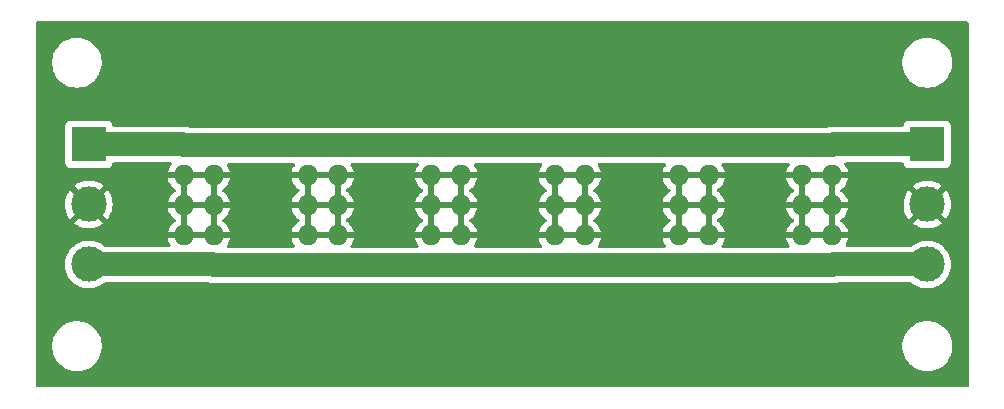
<source format=gbr>
%TF.GenerationSoftware,KiCad,Pcbnew,(6.0.0)*%
%TF.CreationDate,2022-01-31T19:36:33+00:00*%
%TF.ProjectId,BusyBusBoard,42757379-4275-4734-926f-6172642e6b69,rev?*%
%TF.SameCoordinates,Original*%
%TF.FileFunction,Copper,L1,Top*%
%TF.FilePolarity,Positive*%
%FSLAX46Y46*%
G04 Gerber Fmt 4.6, Leading zero omitted, Abs format (unit mm)*
G04 Created by KiCad (PCBNEW (6.0.0)) date 2022-01-31 19:36:33*
%MOMM*%
%LPD*%
G01*
G04 APERTURE LIST*
%TA.AperFunction,ComponentPad*%
%ADD10C,3.000000*%
%TD*%
%TA.AperFunction,ComponentPad*%
%ADD11R,3.000000X3.000000*%
%TD*%
%TA.AperFunction,ComponentPad*%
%ADD12O,1.727200X1.727200*%
%TD*%
%TA.AperFunction,ComponentPad*%
%ADD13R,1.727200X1.727200*%
%TD*%
%TA.AperFunction,Conductor*%
%ADD14C,2.000000*%
%TD*%
G04 APERTURE END LIST*
D10*
%TO.P,J1,3,Pin_3*%
%TO.N,+12V*%
X105000000Y-88080000D03*
%TO.P,J1,2,Pin_2*%
%TO.N,GND*%
X105000000Y-83000000D03*
D11*
%TO.P,J1,1,Pin_1*%
%TO.N,-12V*%
X105000000Y-77920000D03*
%TD*%
D12*
%TO.P,J4,10,Pin_10*%
%TO.N,+12V*%
X136540000Y-88160000D03*
%TO.P,J4,9,Pin_9*%
X134000000Y-88160000D03*
%TO.P,J4,8,Pin_8*%
%TO.N,GND*%
X136540000Y-85620000D03*
%TO.P,J4,7,Pin_7*%
X134000000Y-85620000D03*
%TO.P,J4,6,Pin_6*%
X136540000Y-83080000D03*
%TO.P,J4,5,Pin_5*%
X134000000Y-83080000D03*
%TO.P,J4,4,Pin_4*%
X136540000Y-80540000D03*
%TO.P,J4,3,Pin_3*%
X134000000Y-80540000D03*
%TO.P,J4,2,Pin_2*%
%TO.N,-12V*%
X136540000Y-78000000D03*
D13*
%TO.P,J4,1,Pin_1*%
X134000000Y-78000000D03*
%TD*%
D11*
%TO.P,J7,1,Pin_1*%
%TO.N,-12V*%
X176000000Y-77920000D03*
D10*
%TO.P,J7,2,Pin_2*%
%TO.N,GND*%
X176000000Y-83000000D03*
%TO.P,J7,3,Pin_3*%
%TO.N,+12V*%
X176000000Y-88080000D03*
%TD*%
D12*
%TO.P,J3,10,Pin_10*%
%TO.N,+12V*%
X126070000Y-88160000D03*
%TO.P,J3,9,Pin_9*%
X123530000Y-88160000D03*
%TO.P,J3,8,Pin_8*%
%TO.N,GND*%
X126070000Y-85620000D03*
%TO.P,J3,7,Pin_7*%
X123530000Y-85620000D03*
%TO.P,J3,6,Pin_6*%
X126070000Y-83080000D03*
%TO.P,J3,5,Pin_5*%
X123530000Y-83080000D03*
%TO.P,J3,4,Pin_4*%
X126070000Y-80540000D03*
%TO.P,J3,3,Pin_3*%
X123530000Y-80540000D03*
%TO.P,J3,2,Pin_2*%
%TO.N,-12V*%
X126070000Y-78000000D03*
D13*
%TO.P,J3,1,Pin_1*%
X123530000Y-78000000D03*
%TD*%
%TO.P,J5,1,Pin_1*%
%TO.N,-12V*%
X144470000Y-78000000D03*
D12*
%TO.P,J5,2,Pin_2*%
X147010000Y-78000000D03*
%TO.P,J5,3,Pin_3*%
%TO.N,GND*%
X144470000Y-80540000D03*
%TO.P,J5,4,Pin_4*%
X147010000Y-80540000D03*
%TO.P,J5,5,Pin_5*%
X144470000Y-83080000D03*
%TO.P,J5,6,Pin_6*%
X147010000Y-83080000D03*
%TO.P,J5,7,Pin_7*%
X144470000Y-85620000D03*
%TO.P,J5,8,Pin_8*%
X147010000Y-85620000D03*
%TO.P,J5,9,Pin_9*%
%TO.N,+12V*%
X144470000Y-88160000D03*
%TO.P,J5,10,Pin_10*%
X147010000Y-88160000D03*
%TD*%
%TO.P,J8,10,Pin_10*%
%TO.N,+12V*%
X167950000Y-88160000D03*
%TO.P,J8,9,Pin_9*%
X165410000Y-88160000D03*
%TO.P,J8,8,Pin_8*%
%TO.N,GND*%
X167950000Y-85620000D03*
%TO.P,J8,7,Pin_7*%
X165410000Y-85620000D03*
%TO.P,J8,6,Pin_6*%
X167950000Y-83080000D03*
%TO.P,J8,5,Pin_5*%
X165410000Y-83080000D03*
%TO.P,J8,4,Pin_4*%
X167950000Y-80540000D03*
%TO.P,J8,3,Pin_3*%
X165410000Y-80540000D03*
%TO.P,J8,2,Pin_2*%
%TO.N,-12V*%
X167950000Y-78000000D03*
D13*
%TO.P,J8,1,Pin_1*%
X165410000Y-78000000D03*
%TD*%
D12*
%TO.P,J6,10,Pin_10*%
%TO.N,+12V*%
X157480000Y-88160000D03*
%TO.P,J6,9,Pin_9*%
X154940000Y-88160000D03*
%TO.P,J6,8,Pin_8*%
%TO.N,GND*%
X157480000Y-85620000D03*
%TO.P,J6,7,Pin_7*%
X154940000Y-85620000D03*
%TO.P,J6,6,Pin_6*%
X157480000Y-83080000D03*
%TO.P,J6,5,Pin_5*%
X154940000Y-83080000D03*
%TO.P,J6,4,Pin_4*%
X157480000Y-80540000D03*
%TO.P,J6,3,Pin_3*%
X154940000Y-80540000D03*
%TO.P,J6,2,Pin_2*%
%TO.N,-12V*%
X157480000Y-78000000D03*
D13*
%TO.P,J6,1,Pin_1*%
X154940000Y-78000000D03*
%TD*%
%TO.P,J2,1,Pin_1*%
%TO.N,-12V*%
X113060000Y-78000000D03*
D12*
%TO.P,J2,2,Pin_2*%
X115600000Y-78000000D03*
%TO.P,J2,3,Pin_3*%
%TO.N,GND*%
X113060000Y-80540000D03*
%TO.P,J2,4,Pin_4*%
X115600000Y-80540000D03*
%TO.P,J2,5,Pin_5*%
X113060000Y-83080000D03*
%TO.P,J2,6,Pin_6*%
X115600000Y-83080000D03*
%TO.P,J2,7,Pin_7*%
X113060000Y-85620000D03*
%TO.P,J2,8,Pin_8*%
X115600000Y-85620000D03*
%TO.P,J2,9,Pin_9*%
%TO.N,+12V*%
X113060000Y-88160000D03*
%TO.P,J2,10,Pin_10*%
X115600000Y-88160000D03*
%TD*%
D14*
%TO.N,+12V*%
X115520000Y-88080000D02*
X115600000Y-88160000D01*
X105000000Y-88080000D02*
X115520000Y-88080000D01*
X115600000Y-88160000D02*
X123530000Y-88160000D01*
X123530000Y-88160000D02*
X126070000Y-88160000D01*
X134000000Y-88160000D02*
X126070000Y-88160000D01*
X134000000Y-88160000D02*
X136540000Y-88160000D01*
X144470000Y-88160000D02*
X136540000Y-88160000D01*
X144470000Y-88160000D02*
X147010000Y-88160000D01*
X154940000Y-88160000D02*
X157480000Y-88160000D01*
X154940000Y-88160000D02*
X147010000Y-88160000D01*
X165410000Y-88160000D02*
X157480000Y-88160000D01*
X165410000Y-88160000D02*
X167950000Y-88160000D01*
X168030000Y-88080000D02*
X167950000Y-88160000D01*
X176000000Y-88080000D02*
X168030000Y-88080000D01*
%TO.N,-12V*%
X168030000Y-77920000D02*
X167950000Y-78000000D01*
X176000000Y-77920000D02*
X168030000Y-77920000D01*
X167950000Y-78000000D02*
X165410000Y-78000000D01*
X157480000Y-78000000D02*
X165410000Y-78000000D01*
X157480000Y-78000000D02*
X154940000Y-78000000D01*
X147010000Y-78000000D02*
X154940000Y-78000000D01*
X144470000Y-78000000D02*
X147010000Y-78000000D01*
X136540000Y-78000000D02*
X144470000Y-78000000D01*
X134000000Y-78000000D02*
X136540000Y-78000000D01*
X126070000Y-78000000D02*
X134000000Y-78000000D01*
X123530000Y-78000000D02*
X126070000Y-78000000D01*
X115600000Y-78000000D02*
X123530000Y-78000000D01*
X113060000Y-78000000D02*
X115600000Y-78000000D01*
X112980000Y-77920000D02*
X113060000Y-78000000D01*
X105000000Y-77920000D02*
X112980000Y-77920000D01*
%TD*%
%TA.AperFunction,Conductor*%
%TO.N,GND*%
G36*
X179434121Y-67528002D02*
G01*
X179480614Y-67581658D01*
X179492000Y-67634000D01*
X179492000Y-98366000D01*
X179471998Y-98434121D01*
X179418342Y-98480614D01*
X179366000Y-98492000D01*
X100634000Y-98492000D01*
X100565879Y-98471998D01*
X100519386Y-98418342D01*
X100508000Y-98366000D01*
X100508000Y-95132703D01*
X101890743Y-95132703D01*
X101928268Y-95417734D01*
X102004129Y-95695036D01*
X102116923Y-95959476D01*
X102264561Y-96206161D01*
X102444313Y-96430528D01*
X102652851Y-96628423D01*
X102886317Y-96796186D01*
X102890112Y-96798195D01*
X102890113Y-96798196D01*
X102911869Y-96809715D01*
X103140392Y-96930712D01*
X103410373Y-97029511D01*
X103691264Y-97090755D01*
X103719841Y-97093004D01*
X103914282Y-97108307D01*
X103914291Y-97108307D01*
X103916739Y-97108500D01*
X104072271Y-97108500D01*
X104074407Y-97108354D01*
X104074418Y-97108354D01*
X104282548Y-97094165D01*
X104282554Y-97094164D01*
X104286825Y-97093873D01*
X104291020Y-97093004D01*
X104291022Y-97093004D01*
X104427583Y-97064724D01*
X104568342Y-97035574D01*
X104839343Y-96939607D01*
X105094812Y-96807750D01*
X105098313Y-96805289D01*
X105098317Y-96805287D01*
X105212418Y-96725095D01*
X105330023Y-96642441D01*
X105540622Y-96446740D01*
X105722713Y-96224268D01*
X105872927Y-95979142D01*
X105988483Y-95715898D01*
X106067244Y-95439406D01*
X106107751Y-95154784D01*
X106107845Y-95136951D01*
X106107867Y-95132703D01*
X173890743Y-95132703D01*
X173928268Y-95417734D01*
X174004129Y-95695036D01*
X174116923Y-95959476D01*
X174264561Y-96206161D01*
X174444313Y-96430528D01*
X174652851Y-96628423D01*
X174886317Y-96796186D01*
X174890112Y-96798195D01*
X174890113Y-96798196D01*
X174911869Y-96809715D01*
X175140392Y-96930712D01*
X175410373Y-97029511D01*
X175691264Y-97090755D01*
X175719841Y-97093004D01*
X175914282Y-97108307D01*
X175914291Y-97108307D01*
X175916739Y-97108500D01*
X176072271Y-97108500D01*
X176074407Y-97108354D01*
X176074418Y-97108354D01*
X176282548Y-97094165D01*
X176282554Y-97094164D01*
X176286825Y-97093873D01*
X176291020Y-97093004D01*
X176291022Y-97093004D01*
X176427583Y-97064724D01*
X176568342Y-97035574D01*
X176839343Y-96939607D01*
X177094812Y-96807750D01*
X177098313Y-96805289D01*
X177098317Y-96805287D01*
X177212418Y-96725095D01*
X177330023Y-96642441D01*
X177540622Y-96446740D01*
X177722713Y-96224268D01*
X177872927Y-95979142D01*
X177988483Y-95715898D01*
X178067244Y-95439406D01*
X178107751Y-95154784D01*
X178107845Y-95136951D01*
X178109235Y-94871583D01*
X178109235Y-94871576D01*
X178109257Y-94867297D01*
X178071732Y-94582266D01*
X177995871Y-94304964D01*
X177883077Y-94040524D01*
X177735439Y-93793839D01*
X177555687Y-93569472D01*
X177347149Y-93371577D01*
X177113683Y-93203814D01*
X177091843Y-93192250D01*
X177068654Y-93179972D01*
X176859608Y-93069288D01*
X176589627Y-92970489D01*
X176308736Y-92909245D01*
X176277685Y-92906801D01*
X176085718Y-92891693D01*
X176085709Y-92891693D01*
X176083261Y-92891500D01*
X175927729Y-92891500D01*
X175925593Y-92891646D01*
X175925582Y-92891646D01*
X175717452Y-92905835D01*
X175717446Y-92905836D01*
X175713175Y-92906127D01*
X175708980Y-92906996D01*
X175708978Y-92906996D01*
X175572417Y-92935276D01*
X175431658Y-92964426D01*
X175160657Y-93060393D01*
X174905188Y-93192250D01*
X174901687Y-93194711D01*
X174901683Y-93194713D01*
X174891594Y-93201804D01*
X174669977Y-93357559D01*
X174459378Y-93553260D01*
X174277287Y-93775732D01*
X174127073Y-94020858D01*
X174011517Y-94284102D01*
X173932756Y-94560594D01*
X173892249Y-94845216D01*
X173892227Y-94849505D01*
X173892226Y-94849512D01*
X173890765Y-95128417D01*
X173890743Y-95132703D01*
X106107867Y-95132703D01*
X106109235Y-94871583D01*
X106109235Y-94871576D01*
X106109257Y-94867297D01*
X106071732Y-94582266D01*
X105995871Y-94304964D01*
X105883077Y-94040524D01*
X105735439Y-93793839D01*
X105555687Y-93569472D01*
X105347149Y-93371577D01*
X105113683Y-93203814D01*
X105091843Y-93192250D01*
X105068654Y-93179972D01*
X104859608Y-93069288D01*
X104589627Y-92970489D01*
X104308736Y-92909245D01*
X104277685Y-92906801D01*
X104085718Y-92891693D01*
X104085709Y-92891693D01*
X104083261Y-92891500D01*
X103927729Y-92891500D01*
X103925593Y-92891646D01*
X103925582Y-92891646D01*
X103717452Y-92905835D01*
X103717446Y-92905836D01*
X103713175Y-92906127D01*
X103708980Y-92906996D01*
X103708978Y-92906996D01*
X103572417Y-92935276D01*
X103431658Y-92964426D01*
X103160657Y-93060393D01*
X102905188Y-93192250D01*
X102901687Y-93194711D01*
X102901683Y-93194713D01*
X102891594Y-93201804D01*
X102669977Y-93357559D01*
X102459378Y-93553260D01*
X102277287Y-93775732D01*
X102127073Y-94020858D01*
X102011517Y-94284102D01*
X101932756Y-94560594D01*
X101892249Y-94845216D01*
X101892227Y-94849505D01*
X101892226Y-94849512D01*
X101890765Y-95128417D01*
X101890743Y-95132703D01*
X100508000Y-95132703D01*
X100508000Y-88058918D01*
X102986917Y-88058918D01*
X103002682Y-88332320D01*
X103003507Y-88336525D01*
X103003508Y-88336533D01*
X103014127Y-88390657D01*
X103055405Y-88601053D01*
X103056792Y-88605103D01*
X103056793Y-88605108D01*
X103077605Y-88665895D01*
X103144112Y-88860144D01*
X103267160Y-89104799D01*
X103269586Y-89108328D01*
X103269589Y-89108334D01*
X103419843Y-89326953D01*
X103422274Y-89330490D01*
X103606582Y-89533043D01*
X103816675Y-89708707D01*
X103820316Y-89710991D01*
X104045024Y-89851951D01*
X104045028Y-89851953D01*
X104048664Y-89854234D01*
X104116544Y-89884883D01*
X104294345Y-89965164D01*
X104294349Y-89965166D01*
X104298257Y-89966930D01*
X104302377Y-89968150D01*
X104302376Y-89968150D01*
X104556723Y-90043491D01*
X104556727Y-90043492D01*
X104560836Y-90044709D01*
X104565070Y-90045357D01*
X104565075Y-90045358D01*
X104827298Y-90085483D01*
X104827300Y-90085483D01*
X104831540Y-90086132D01*
X104970912Y-90088322D01*
X105101071Y-90090367D01*
X105101077Y-90090367D01*
X105105362Y-90090434D01*
X105377235Y-90057534D01*
X105642127Y-89988041D01*
X105646087Y-89986401D01*
X105646092Y-89986399D01*
X105768632Y-89935641D01*
X105895136Y-89883241D01*
X106131582Y-89745073D01*
X106297029Y-89615346D01*
X106362978Y-89589054D01*
X106374776Y-89588500D01*
X115084190Y-89588500D01*
X115131387Y-89597674D01*
X115147429Y-89604155D01*
X115152369Y-89605277D01*
X115152368Y-89605277D01*
X115179460Y-89611432D01*
X115192559Y-89615163D01*
X115223631Y-89625862D01*
X115301100Y-89639243D01*
X115307504Y-89640523D01*
X115384144Y-89657935D01*
X115416953Y-89659999D01*
X115430453Y-89661585D01*
X115462836Y-89667179D01*
X115466793Y-89667359D01*
X115466796Y-89667359D01*
X115490506Y-89668436D01*
X115490525Y-89668436D01*
X115491925Y-89668500D01*
X115548107Y-89668500D01*
X115556018Y-89668749D01*
X115626412Y-89673178D01*
X115667991Y-89669101D01*
X115680287Y-89668500D01*
X167925984Y-89668500D01*
X167929502Y-89668549D01*
X168024150Y-89671193D01*
X168024153Y-89671193D01*
X168029205Y-89671334D01*
X168107098Y-89660941D01*
X168113639Y-89660242D01*
X168142332Y-89657933D01*
X168186923Y-89654346D01*
X168186927Y-89654345D01*
X168191965Y-89653940D01*
X168223878Y-89646101D01*
X168237258Y-89643574D01*
X168269820Y-89639229D01*
X168274661Y-89637768D01*
X168274663Y-89637767D01*
X168345029Y-89616522D01*
X168351392Y-89614781D01*
X168422788Y-89597245D01*
X168422789Y-89597245D01*
X168427706Y-89596037D01*
X168430644Y-89594790D01*
X168469485Y-89588500D01*
X174627173Y-89588500D01*
X174695294Y-89608502D01*
X174707994Y-89617836D01*
X174816675Y-89708707D01*
X174820316Y-89710991D01*
X175045024Y-89851951D01*
X175045028Y-89851953D01*
X175048664Y-89854234D01*
X175116544Y-89884883D01*
X175294345Y-89965164D01*
X175294349Y-89965166D01*
X175298257Y-89966930D01*
X175302377Y-89968150D01*
X175302376Y-89968150D01*
X175556723Y-90043491D01*
X175556727Y-90043492D01*
X175560836Y-90044709D01*
X175565070Y-90045357D01*
X175565075Y-90045358D01*
X175827298Y-90085483D01*
X175827300Y-90085483D01*
X175831540Y-90086132D01*
X175970912Y-90088322D01*
X176101071Y-90090367D01*
X176101077Y-90090367D01*
X176105362Y-90090434D01*
X176377235Y-90057534D01*
X176642127Y-89988041D01*
X176646087Y-89986401D01*
X176646092Y-89986399D01*
X176768632Y-89935641D01*
X176895136Y-89883241D01*
X177131582Y-89745073D01*
X177347089Y-89576094D01*
X177388809Y-89533043D01*
X177534686Y-89382509D01*
X177537669Y-89379431D01*
X177540202Y-89375983D01*
X177540206Y-89375978D01*
X177697257Y-89162178D01*
X177699795Y-89158723D01*
X177727154Y-89108334D01*
X177828418Y-88921830D01*
X177828419Y-88921828D01*
X177830468Y-88918054D01*
X177927269Y-88661877D01*
X177988407Y-88394933D01*
X178012751Y-88122161D01*
X178013193Y-88080000D01*
X177994567Y-87806778D01*
X177939032Y-87538612D01*
X177847617Y-87280465D01*
X177722013Y-87037112D01*
X177712040Y-87022921D01*
X177567008Y-86816562D01*
X177564545Y-86813057D01*
X177414417Y-86651500D01*
X177381046Y-86615588D01*
X177381043Y-86615585D01*
X177378125Y-86612445D01*
X177374810Y-86609731D01*
X177374806Y-86609728D01*
X177177456Y-86448199D01*
X177166205Y-86438990D01*
X176932704Y-86295901D01*
X176926351Y-86293112D01*
X176685873Y-86187549D01*
X176685869Y-86187548D01*
X176681945Y-86185825D01*
X176418566Y-86110800D01*
X176414324Y-86110196D01*
X176414318Y-86110195D01*
X176213834Y-86081662D01*
X176147443Y-86072213D01*
X176003589Y-86071460D01*
X175877877Y-86070802D01*
X175877871Y-86070802D01*
X175873591Y-86070780D01*
X175869347Y-86071339D01*
X175869343Y-86071339D01*
X175750302Y-86087011D01*
X175602078Y-86106525D01*
X175597938Y-86107658D01*
X175597936Y-86107658D01*
X175546611Y-86121699D01*
X175337928Y-86178788D01*
X175333980Y-86180472D01*
X175089982Y-86284546D01*
X175089978Y-86284548D01*
X175086030Y-86286232D01*
X175007794Y-86333055D01*
X174854725Y-86424664D01*
X174854721Y-86424667D01*
X174851043Y-86426868D01*
X174847700Y-86429546D01*
X174847696Y-86429549D01*
X174705046Y-86543834D01*
X174639376Y-86570816D01*
X174626265Y-86571500D01*
X169201053Y-86571500D01*
X169132932Y-86551498D01*
X169086439Y-86497842D01*
X169076335Y-86427568D01*
X169098731Y-86371974D01*
X169126697Y-86333055D01*
X169132013Y-86324208D01*
X169227358Y-86131292D01*
X169231156Y-86121699D01*
X169293716Y-85915791D01*
X169295893Y-85905721D01*
X169297705Y-85891960D01*
X169295493Y-85877778D01*
X169282336Y-85874000D01*
X164079283Y-85874000D01*
X164065752Y-85877973D01*
X164064315Y-85887966D01*
X164095542Y-86026528D01*
X164098621Y-86036356D01*
X164179589Y-86235756D01*
X164184232Y-86244947D01*
X164296682Y-86428448D01*
X164302760Y-86436752D01*
X164308174Y-86443002D01*
X164337657Y-86507588D01*
X164327543Y-86577860D01*
X164281041Y-86631509D01*
X164212937Y-86651500D01*
X158673568Y-86651500D01*
X158605447Y-86631498D01*
X158558954Y-86577842D01*
X158548850Y-86507568D01*
X158571245Y-86451974D01*
X158656702Y-86333047D01*
X158662013Y-86324208D01*
X158757358Y-86131292D01*
X158761156Y-86121699D01*
X158823716Y-85915791D01*
X158825893Y-85905721D01*
X158827705Y-85891960D01*
X158825493Y-85877778D01*
X158812336Y-85874000D01*
X153609283Y-85874000D01*
X153595752Y-85877973D01*
X153594315Y-85887966D01*
X153625542Y-86026528D01*
X153628621Y-86036356D01*
X153709589Y-86235756D01*
X153714232Y-86244947D01*
X153826682Y-86428448D01*
X153832760Y-86436752D01*
X153838174Y-86443002D01*
X153867657Y-86507588D01*
X153857543Y-86577860D01*
X153811041Y-86631509D01*
X153742937Y-86651500D01*
X148203568Y-86651500D01*
X148135447Y-86631498D01*
X148088954Y-86577842D01*
X148078850Y-86507568D01*
X148101245Y-86451974D01*
X148186702Y-86333047D01*
X148192013Y-86324208D01*
X148287358Y-86131292D01*
X148291156Y-86121699D01*
X148353716Y-85915791D01*
X148355893Y-85905721D01*
X148357705Y-85891960D01*
X148355493Y-85877778D01*
X148342336Y-85874000D01*
X143139283Y-85874000D01*
X143125752Y-85877973D01*
X143124315Y-85887966D01*
X143155542Y-86026528D01*
X143158621Y-86036356D01*
X143239589Y-86235756D01*
X143244232Y-86244947D01*
X143356682Y-86428448D01*
X143362760Y-86436752D01*
X143368174Y-86443002D01*
X143397657Y-86507588D01*
X143387543Y-86577860D01*
X143341041Y-86631509D01*
X143272937Y-86651500D01*
X137733568Y-86651500D01*
X137665447Y-86631498D01*
X137618954Y-86577842D01*
X137608850Y-86507568D01*
X137631245Y-86451974D01*
X137716702Y-86333047D01*
X137722013Y-86324208D01*
X137817358Y-86131292D01*
X137821156Y-86121699D01*
X137883716Y-85915791D01*
X137885893Y-85905721D01*
X137887705Y-85891960D01*
X137885493Y-85877778D01*
X137872336Y-85874000D01*
X132669283Y-85874000D01*
X132655752Y-85877973D01*
X132654315Y-85887966D01*
X132685542Y-86026528D01*
X132688621Y-86036356D01*
X132769589Y-86235756D01*
X132774232Y-86244947D01*
X132886682Y-86428448D01*
X132892760Y-86436752D01*
X132898174Y-86443002D01*
X132927657Y-86507588D01*
X132917543Y-86577860D01*
X132871041Y-86631509D01*
X132802937Y-86651500D01*
X127263568Y-86651500D01*
X127195447Y-86631498D01*
X127148954Y-86577842D01*
X127138850Y-86507568D01*
X127161245Y-86451974D01*
X127246702Y-86333047D01*
X127252013Y-86324208D01*
X127347358Y-86131292D01*
X127351156Y-86121699D01*
X127413716Y-85915791D01*
X127415893Y-85905721D01*
X127417705Y-85891960D01*
X127415493Y-85877778D01*
X127402336Y-85874000D01*
X122199283Y-85874000D01*
X122185752Y-85877973D01*
X122184315Y-85887966D01*
X122215542Y-86026528D01*
X122218621Y-86036356D01*
X122299589Y-86235756D01*
X122304232Y-86244947D01*
X122416682Y-86428448D01*
X122422760Y-86436752D01*
X122428174Y-86443002D01*
X122457657Y-86507588D01*
X122447543Y-86577860D01*
X122401041Y-86631509D01*
X122332937Y-86651500D01*
X116793568Y-86651500D01*
X116725447Y-86631498D01*
X116678954Y-86577842D01*
X116668850Y-86507568D01*
X116691245Y-86451974D01*
X116776702Y-86333047D01*
X116782013Y-86324208D01*
X116877358Y-86131292D01*
X116881156Y-86121699D01*
X116943716Y-85915791D01*
X116945893Y-85905721D01*
X116947705Y-85891960D01*
X116945493Y-85877778D01*
X116932336Y-85874000D01*
X111729283Y-85874000D01*
X111715752Y-85877973D01*
X111714315Y-85887966D01*
X111745542Y-86026528D01*
X111748621Y-86036356D01*
X111829589Y-86235756D01*
X111834232Y-86244947D01*
X111916787Y-86379665D01*
X111935325Y-86448199D01*
X111913869Y-86515875D01*
X111859229Y-86561208D01*
X111809354Y-86571500D01*
X106373091Y-86571500D01*
X106304970Y-86551498D01*
X106293285Y-86543004D01*
X106177456Y-86448199D01*
X106166205Y-86438990D01*
X105932704Y-86295901D01*
X105926351Y-86293112D01*
X105685873Y-86187549D01*
X105685869Y-86187548D01*
X105681945Y-86185825D01*
X105418566Y-86110800D01*
X105414324Y-86110196D01*
X105414318Y-86110195D01*
X105213834Y-86081662D01*
X105147443Y-86072213D01*
X105003589Y-86071460D01*
X104877877Y-86070802D01*
X104877871Y-86070802D01*
X104873591Y-86070780D01*
X104869347Y-86071339D01*
X104869343Y-86071339D01*
X104750302Y-86087011D01*
X104602078Y-86106525D01*
X104597938Y-86107658D01*
X104597936Y-86107658D01*
X104546611Y-86121699D01*
X104337928Y-86178788D01*
X104333980Y-86180472D01*
X104089982Y-86284546D01*
X104089978Y-86284548D01*
X104086030Y-86286232D01*
X104007794Y-86333055D01*
X103854725Y-86424664D01*
X103854721Y-86424667D01*
X103851043Y-86426868D01*
X103637318Y-86598094D01*
X103448808Y-86796742D01*
X103289002Y-87019136D01*
X103160857Y-87261161D01*
X103159385Y-87265184D01*
X103159383Y-87265188D01*
X103152314Y-87284506D01*
X103066743Y-87518337D01*
X103008404Y-87785907D01*
X102986917Y-88058918D01*
X100508000Y-88058918D01*
X100508000Y-85353239D01*
X111710536Y-85353239D01*
X111712233Y-85362609D01*
X111724610Y-85366000D01*
X112787885Y-85366000D01*
X112803124Y-85361525D01*
X112804329Y-85360135D01*
X112806000Y-85352452D01*
X112806000Y-85347885D01*
X113314000Y-85347885D01*
X113318475Y-85363124D01*
X113319865Y-85364329D01*
X113327548Y-85366000D01*
X115327885Y-85366000D01*
X115343124Y-85361525D01*
X115344329Y-85360135D01*
X115346000Y-85352452D01*
X115346000Y-85347885D01*
X115854000Y-85347885D01*
X115858475Y-85363124D01*
X115859865Y-85364329D01*
X115867548Y-85366000D01*
X116932367Y-85366000D01*
X116945898Y-85362027D01*
X116947161Y-85353239D01*
X122180536Y-85353239D01*
X122182233Y-85362609D01*
X122194610Y-85366000D01*
X123257885Y-85366000D01*
X123273124Y-85361525D01*
X123274329Y-85360135D01*
X123276000Y-85352452D01*
X123276000Y-85347885D01*
X123784000Y-85347885D01*
X123788475Y-85363124D01*
X123789865Y-85364329D01*
X123797548Y-85366000D01*
X125797885Y-85366000D01*
X125813124Y-85361525D01*
X125814329Y-85360135D01*
X125816000Y-85352452D01*
X125816000Y-85347885D01*
X126324000Y-85347885D01*
X126328475Y-85363124D01*
X126329865Y-85364329D01*
X126337548Y-85366000D01*
X127402367Y-85366000D01*
X127415898Y-85362027D01*
X127417161Y-85353239D01*
X132650536Y-85353239D01*
X132652233Y-85362609D01*
X132664610Y-85366000D01*
X133727885Y-85366000D01*
X133743124Y-85361525D01*
X133744329Y-85360135D01*
X133746000Y-85352452D01*
X133746000Y-85347885D01*
X134254000Y-85347885D01*
X134258475Y-85363124D01*
X134259865Y-85364329D01*
X134267548Y-85366000D01*
X136267885Y-85366000D01*
X136283124Y-85361525D01*
X136284329Y-85360135D01*
X136286000Y-85352452D01*
X136286000Y-85347885D01*
X136794000Y-85347885D01*
X136798475Y-85363124D01*
X136799865Y-85364329D01*
X136807548Y-85366000D01*
X137872367Y-85366000D01*
X137885898Y-85362027D01*
X137887161Y-85353239D01*
X143120536Y-85353239D01*
X143122233Y-85362609D01*
X143134610Y-85366000D01*
X144197885Y-85366000D01*
X144213124Y-85361525D01*
X144214329Y-85360135D01*
X144216000Y-85352452D01*
X144216000Y-85347885D01*
X144724000Y-85347885D01*
X144728475Y-85363124D01*
X144729865Y-85364329D01*
X144737548Y-85366000D01*
X146737885Y-85366000D01*
X146753124Y-85361525D01*
X146754329Y-85360135D01*
X146756000Y-85352452D01*
X146756000Y-85347885D01*
X147264000Y-85347885D01*
X147268475Y-85363124D01*
X147269865Y-85364329D01*
X147277548Y-85366000D01*
X148342367Y-85366000D01*
X148355898Y-85362027D01*
X148357161Y-85353239D01*
X153590536Y-85353239D01*
X153592233Y-85362609D01*
X153604610Y-85366000D01*
X154667885Y-85366000D01*
X154683124Y-85361525D01*
X154684329Y-85360135D01*
X154686000Y-85352452D01*
X154686000Y-85347885D01*
X155194000Y-85347885D01*
X155198475Y-85363124D01*
X155199865Y-85364329D01*
X155207548Y-85366000D01*
X157207885Y-85366000D01*
X157223124Y-85361525D01*
X157224329Y-85360135D01*
X157226000Y-85352452D01*
X157226000Y-85347885D01*
X157734000Y-85347885D01*
X157738475Y-85363124D01*
X157739865Y-85364329D01*
X157747548Y-85366000D01*
X158812367Y-85366000D01*
X158825898Y-85362027D01*
X158827161Y-85353239D01*
X164060536Y-85353239D01*
X164062233Y-85362609D01*
X164074610Y-85366000D01*
X165137885Y-85366000D01*
X165153124Y-85361525D01*
X165154329Y-85360135D01*
X165156000Y-85352452D01*
X165156000Y-85347885D01*
X165664000Y-85347885D01*
X165668475Y-85363124D01*
X165669865Y-85364329D01*
X165677548Y-85366000D01*
X167677885Y-85366000D01*
X167693124Y-85361525D01*
X167694329Y-85360135D01*
X167696000Y-85352452D01*
X167696000Y-85347885D01*
X168204000Y-85347885D01*
X168208475Y-85363124D01*
X168209865Y-85364329D01*
X168217548Y-85366000D01*
X169282367Y-85366000D01*
X169295898Y-85362027D01*
X169297203Y-85352947D01*
X169254133Y-85181477D01*
X169250813Y-85171726D01*
X169164999Y-84974365D01*
X169160133Y-84965290D01*
X169043239Y-84784601D01*
X169036947Y-84776430D01*
X168892113Y-84617260D01*
X168884580Y-84610234D01*
X168858521Y-84589654D01*
X174775618Y-84589654D01*
X174782673Y-84599627D01*
X174813679Y-84625551D01*
X174820598Y-84630579D01*
X175045272Y-84771515D01*
X175052807Y-84775556D01*
X175294520Y-84884694D01*
X175302551Y-84887680D01*
X175556832Y-84963002D01*
X175565184Y-84964869D01*
X175827340Y-85004984D01*
X175835874Y-85005700D01*
X176101045Y-85009867D01*
X176109596Y-85009418D01*
X176372883Y-84977557D01*
X176381284Y-84975955D01*
X176637824Y-84908653D01*
X176645926Y-84905926D01*
X176890949Y-84804434D01*
X176898617Y-84800628D01*
X177127598Y-84666822D01*
X177134679Y-84662009D01*
X177214655Y-84599301D01*
X177223125Y-84587442D01*
X177216608Y-84575818D01*
X176012812Y-83372022D01*
X175998868Y-83364408D01*
X175997035Y-83364539D01*
X175990420Y-83368790D01*
X174782910Y-84576300D01*
X174775618Y-84589654D01*
X168858521Y-84589654D01*
X168715691Y-84476855D01*
X168707108Y-84471153D01*
X168687599Y-84460383D01*
X168637628Y-84409950D01*
X168622856Y-84340507D01*
X168647972Y-84274102D01*
X168675323Y-84247496D01*
X168834133Y-84134217D01*
X168842003Y-84127567D01*
X168994445Y-83975656D01*
X169001122Y-83967811D01*
X169126702Y-83793047D01*
X169132013Y-83784208D01*
X169227358Y-83591292D01*
X169231156Y-83581699D01*
X169293716Y-83375791D01*
X169295893Y-83365721D01*
X169297705Y-83351960D01*
X169295493Y-83337778D01*
X169282336Y-83334000D01*
X168222115Y-83334000D01*
X168206876Y-83338475D01*
X168205671Y-83339865D01*
X168204000Y-83347548D01*
X168204000Y-85347885D01*
X167696000Y-85347885D01*
X167696000Y-83352115D01*
X167691525Y-83336876D01*
X167690135Y-83335671D01*
X167682452Y-83334000D01*
X165682115Y-83334000D01*
X165666876Y-83338475D01*
X165665671Y-83339865D01*
X165664000Y-83347548D01*
X165664000Y-85347885D01*
X165156000Y-85347885D01*
X165156000Y-83352115D01*
X165151525Y-83336876D01*
X165150135Y-83335671D01*
X165142452Y-83334000D01*
X164079283Y-83334000D01*
X164065752Y-83337973D01*
X164064315Y-83347966D01*
X164095542Y-83486528D01*
X164098621Y-83496356D01*
X164179589Y-83695756D01*
X164184232Y-83704947D01*
X164296682Y-83888448D01*
X164302765Y-83896759D01*
X164443665Y-84059417D01*
X164451032Y-84066633D01*
X164616606Y-84204095D01*
X164625053Y-84210010D01*
X164675031Y-84239215D01*
X164723755Y-84290854D01*
X164736826Y-84360636D01*
X164710095Y-84426408D01*
X164678605Y-84454622D01*
X164672469Y-84458486D01*
X164500373Y-84587700D01*
X164492666Y-84594543D01*
X164343984Y-84750129D01*
X164337498Y-84758139D01*
X164216232Y-84935908D01*
X164211134Y-84944882D01*
X164120530Y-85140071D01*
X164116967Y-85149758D01*
X164060536Y-85353239D01*
X158827161Y-85353239D01*
X158827203Y-85352947D01*
X158784133Y-85181477D01*
X158780813Y-85171726D01*
X158694999Y-84974365D01*
X158690133Y-84965290D01*
X158573239Y-84784601D01*
X158566947Y-84776430D01*
X158422113Y-84617260D01*
X158414580Y-84610234D01*
X158245691Y-84476855D01*
X158237108Y-84471153D01*
X158217599Y-84460383D01*
X158167628Y-84409950D01*
X158152856Y-84340507D01*
X158177972Y-84274102D01*
X158205323Y-84247496D01*
X158364133Y-84134217D01*
X158372003Y-84127567D01*
X158524445Y-83975656D01*
X158531122Y-83967811D01*
X158656702Y-83793047D01*
X158662013Y-83784208D01*
X158757358Y-83591292D01*
X158761156Y-83581699D01*
X158823716Y-83375791D01*
X158825893Y-83365721D01*
X158827705Y-83351960D01*
X158825493Y-83337778D01*
X158812336Y-83334000D01*
X157752115Y-83334000D01*
X157736876Y-83338475D01*
X157735671Y-83339865D01*
X157734000Y-83347548D01*
X157734000Y-85347885D01*
X157226000Y-85347885D01*
X157226000Y-83352115D01*
X157221525Y-83336876D01*
X157220135Y-83335671D01*
X157212452Y-83334000D01*
X155212115Y-83334000D01*
X155196876Y-83338475D01*
X155195671Y-83339865D01*
X155194000Y-83347548D01*
X155194000Y-85347885D01*
X154686000Y-85347885D01*
X154686000Y-83352115D01*
X154681525Y-83336876D01*
X154680135Y-83335671D01*
X154672452Y-83334000D01*
X153609283Y-83334000D01*
X153595752Y-83337973D01*
X153594315Y-83347966D01*
X153625542Y-83486528D01*
X153628621Y-83496356D01*
X153709589Y-83695756D01*
X153714232Y-83704947D01*
X153826682Y-83888448D01*
X153832765Y-83896759D01*
X153973665Y-84059417D01*
X153981032Y-84066633D01*
X154146606Y-84204095D01*
X154155053Y-84210010D01*
X154205031Y-84239215D01*
X154253755Y-84290854D01*
X154266826Y-84360636D01*
X154240095Y-84426408D01*
X154208605Y-84454622D01*
X154202469Y-84458486D01*
X154030373Y-84587700D01*
X154022666Y-84594543D01*
X153873984Y-84750129D01*
X153867498Y-84758139D01*
X153746232Y-84935908D01*
X153741134Y-84944882D01*
X153650530Y-85140071D01*
X153646967Y-85149758D01*
X153590536Y-85353239D01*
X148357161Y-85353239D01*
X148357203Y-85352947D01*
X148314133Y-85181477D01*
X148310813Y-85171726D01*
X148224999Y-84974365D01*
X148220133Y-84965290D01*
X148103239Y-84784601D01*
X148096947Y-84776430D01*
X147952113Y-84617260D01*
X147944580Y-84610234D01*
X147775691Y-84476855D01*
X147767108Y-84471153D01*
X147747599Y-84460383D01*
X147697628Y-84409950D01*
X147682856Y-84340507D01*
X147707972Y-84274102D01*
X147735323Y-84247496D01*
X147894133Y-84134217D01*
X147902003Y-84127567D01*
X148054445Y-83975656D01*
X148061122Y-83967811D01*
X148186702Y-83793047D01*
X148192013Y-83784208D01*
X148287358Y-83591292D01*
X148291156Y-83581699D01*
X148353716Y-83375791D01*
X148355893Y-83365721D01*
X148357705Y-83351960D01*
X148355493Y-83337778D01*
X148342336Y-83334000D01*
X147282115Y-83334000D01*
X147266876Y-83338475D01*
X147265671Y-83339865D01*
X147264000Y-83347548D01*
X147264000Y-85347885D01*
X146756000Y-85347885D01*
X146756000Y-83352115D01*
X146751525Y-83336876D01*
X146750135Y-83335671D01*
X146742452Y-83334000D01*
X144742115Y-83334000D01*
X144726876Y-83338475D01*
X144725671Y-83339865D01*
X144724000Y-83347548D01*
X144724000Y-85347885D01*
X144216000Y-85347885D01*
X144216000Y-83352115D01*
X144211525Y-83336876D01*
X144210135Y-83335671D01*
X144202452Y-83334000D01*
X143139283Y-83334000D01*
X143125752Y-83337973D01*
X143124315Y-83347966D01*
X143155542Y-83486528D01*
X143158621Y-83496356D01*
X143239589Y-83695756D01*
X143244232Y-83704947D01*
X143356682Y-83888448D01*
X143362765Y-83896759D01*
X143503665Y-84059417D01*
X143511032Y-84066633D01*
X143676606Y-84204095D01*
X143685053Y-84210010D01*
X143735031Y-84239215D01*
X143783755Y-84290854D01*
X143796826Y-84360636D01*
X143770095Y-84426408D01*
X143738605Y-84454622D01*
X143732469Y-84458486D01*
X143560373Y-84587700D01*
X143552666Y-84594543D01*
X143403984Y-84750129D01*
X143397498Y-84758139D01*
X143276232Y-84935908D01*
X143271134Y-84944882D01*
X143180530Y-85140071D01*
X143176967Y-85149758D01*
X143120536Y-85353239D01*
X137887161Y-85353239D01*
X137887203Y-85352947D01*
X137844133Y-85181477D01*
X137840813Y-85171726D01*
X137754999Y-84974365D01*
X137750133Y-84965290D01*
X137633239Y-84784601D01*
X137626947Y-84776430D01*
X137482113Y-84617260D01*
X137474580Y-84610234D01*
X137305691Y-84476855D01*
X137297108Y-84471153D01*
X137277599Y-84460383D01*
X137227628Y-84409950D01*
X137212856Y-84340507D01*
X137237972Y-84274102D01*
X137265323Y-84247496D01*
X137424133Y-84134217D01*
X137432003Y-84127567D01*
X137584445Y-83975656D01*
X137591122Y-83967811D01*
X137716702Y-83793047D01*
X137722013Y-83784208D01*
X137817358Y-83591292D01*
X137821156Y-83581699D01*
X137883716Y-83375791D01*
X137885893Y-83365721D01*
X137887705Y-83351960D01*
X137885493Y-83337778D01*
X137872336Y-83334000D01*
X136812115Y-83334000D01*
X136796876Y-83338475D01*
X136795671Y-83339865D01*
X136794000Y-83347548D01*
X136794000Y-85347885D01*
X136286000Y-85347885D01*
X136286000Y-83352115D01*
X136281525Y-83336876D01*
X136280135Y-83335671D01*
X136272452Y-83334000D01*
X134272115Y-83334000D01*
X134256876Y-83338475D01*
X134255671Y-83339865D01*
X134254000Y-83347548D01*
X134254000Y-85347885D01*
X133746000Y-85347885D01*
X133746000Y-83352115D01*
X133741525Y-83336876D01*
X133740135Y-83335671D01*
X133732452Y-83334000D01*
X132669283Y-83334000D01*
X132655752Y-83337973D01*
X132654315Y-83347966D01*
X132685542Y-83486528D01*
X132688621Y-83496356D01*
X132769589Y-83695756D01*
X132774232Y-83704947D01*
X132886682Y-83888448D01*
X132892765Y-83896759D01*
X133033665Y-84059417D01*
X133041032Y-84066633D01*
X133206606Y-84204095D01*
X133215053Y-84210010D01*
X133265031Y-84239215D01*
X133313755Y-84290854D01*
X133326826Y-84360636D01*
X133300095Y-84426408D01*
X133268605Y-84454622D01*
X133262469Y-84458486D01*
X133090373Y-84587700D01*
X133082666Y-84594543D01*
X132933984Y-84750129D01*
X132927498Y-84758139D01*
X132806232Y-84935908D01*
X132801134Y-84944882D01*
X132710530Y-85140071D01*
X132706967Y-85149758D01*
X132650536Y-85353239D01*
X127417161Y-85353239D01*
X127417203Y-85352947D01*
X127374133Y-85181477D01*
X127370813Y-85171726D01*
X127284999Y-84974365D01*
X127280133Y-84965290D01*
X127163239Y-84784601D01*
X127156947Y-84776430D01*
X127012113Y-84617260D01*
X127004580Y-84610234D01*
X126835691Y-84476855D01*
X126827108Y-84471153D01*
X126807599Y-84460383D01*
X126757628Y-84409950D01*
X126742856Y-84340507D01*
X126767972Y-84274102D01*
X126795323Y-84247496D01*
X126954133Y-84134217D01*
X126962003Y-84127567D01*
X127114445Y-83975656D01*
X127121122Y-83967811D01*
X127246702Y-83793047D01*
X127252013Y-83784208D01*
X127347358Y-83591292D01*
X127351156Y-83581699D01*
X127413716Y-83375791D01*
X127415893Y-83365721D01*
X127417705Y-83351960D01*
X127415493Y-83337778D01*
X127402336Y-83334000D01*
X126342115Y-83334000D01*
X126326876Y-83338475D01*
X126325671Y-83339865D01*
X126324000Y-83347548D01*
X126324000Y-85347885D01*
X125816000Y-85347885D01*
X125816000Y-83352115D01*
X125811525Y-83336876D01*
X125810135Y-83335671D01*
X125802452Y-83334000D01*
X123802115Y-83334000D01*
X123786876Y-83338475D01*
X123785671Y-83339865D01*
X123784000Y-83347548D01*
X123784000Y-85347885D01*
X123276000Y-85347885D01*
X123276000Y-83352115D01*
X123271525Y-83336876D01*
X123270135Y-83335671D01*
X123262452Y-83334000D01*
X122199283Y-83334000D01*
X122185752Y-83337973D01*
X122184315Y-83347966D01*
X122215542Y-83486528D01*
X122218621Y-83496356D01*
X122299589Y-83695756D01*
X122304232Y-83704947D01*
X122416682Y-83888448D01*
X122422765Y-83896759D01*
X122563665Y-84059417D01*
X122571032Y-84066633D01*
X122736606Y-84204095D01*
X122745053Y-84210010D01*
X122795031Y-84239215D01*
X122843755Y-84290854D01*
X122856826Y-84360636D01*
X122830095Y-84426408D01*
X122798605Y-84454622D01*
X122792469Y-84458486D01*
X122620373Y-84587700D01*
X122612666Y-84594543D01*
X122463984Y-84750129D01*
X122457498Y-84758139D01*
X122336232Y-84935908D01*
X122331134Y-84944882D01*
X122240530Y-85140071D01*
X122236967Y-85149758D01*
X122180536Y-85353239D01*
X116947161Y-85353239D01*
X116947203Y-85352947D01*
X116904133Y-85181477D01*
X116900813Y-85171726D01*
X116814999Y-84974365D01*
X116810133Y-84965290D01*
X116693239Y-84784601D01*
X116686947Y-84776430D01*
X116542113Y-84617260D01*
X116534580Y-84610234D01*
X116365691Y-84476855D01*
X116357108Y-84471153D01*
X116337599Y-84460383D01*
X116287628Y-84409950D01*
X116272856Y-84340507D01*
X116297972Y-84274102D01*
X116325323Y-84247496D01*
X116484133Y-84134217D01*
X116492003Y-84127567D01*
X116644445Y-83975656D01*
X116651122Y-83967811D01*
X116776702Y-83793047D01*
X116782013Y-83784208D01*
X116877358Y-83591292D01*
X116881156Y-83581699D01*
X116943716Y-83375791D01*
X116945893Y-83365721D01*
X116947705Y-83351960D01*
X116945493Y-83337778D01*
X116932336Y-83334000D01*
X115872115Y-83334000D01*
X115856876Y-83338475D01*
X115855671Y-83339865D01*
X115854000Y-83347548D01*
X115854000Y-85347885D01*
X115346000Y-85347885D01*
X115346000Y-83352115D01*
X115341525Y-83336876D01*
X115340135Y-83335671D01*
X115332452Y-83334000D01*
X113332115Y-83334000D01*
X113316876Y-83338475D01*
X113315671Y-83339865D01*
X113314000Y-83347548D01*
X113314000Y-85347885D01*
X112806000Y-85347885D01*
X112806000Y-83352115D01*
X112801525Y-83336876D01*
X112800135Y-83335671D01*
X112792452Y-83334000D01*
X111729283Y-83334000D01*
X111715752Y-83337973D01*
X111714315Y-83347966D01*
X111745542Y-83486528D01*
X111748621Y-83496356D01*
X111829589Y-83695756D01*
X111834232Y-83704947D01*
X111946682Y-83888448D01*
X111952765Y-83896759D01*
X112093665Y-84059417D01*
X112101032Y-84066633D01*
X112266606Y-84204095D01*
X112275053Y-84210010D01*
X112325031Y-84239215D01*
X112373755Y-84290854D01*
X112386826Y-84360636D01*
X112360095Y-84426408D01*
X112328605Y-84454622D01*
X112322469Y-84458486D01*
X112150373Y-84587700D01*
X112142666Y-84594543D01*
X111993984Y-84750129D01*
X111987498Y-84758139D01*
X111866232Y-84935908D01*
X111861134Y-84944882D01*
X111770530Y-85140071D01*
X111766967Y-85149758D01*
X111710536Y-85353239D01*
X100508000Y-85353239D01*
X100508000Y-84589654D01*
X103775618Y-84589654D01*
X103782673Y-84599627D01*
X103813679Y-84625551D01*
X103820598Y-84630579D01*
X104045272Y-84771515D01*
X104052807Y-84775556D01*
X104294520Y-84884694D01*
X104302551Y-84887680D01*
X104556832Y-84963002D01*
X104565184Y-84964869D01*
X104827340Y-85004984D01*
X104835874Y-85005700D01*
X105101045Y-85009867D01*
X105109596Y-85009418D01*
X105372883Y-84977557D01*
X105381284Y-84975955D01*
X105637824Y-84908653D01*
X105645926Y-84905926D01*
X105890949Y-84804434D01*
X105898617Y-84800628D01*
X106127598Y-84666822D01*
X106134679Y-84662009D01*
X106214655Y-84599301D01*
X106223125Y-84587442D01*
X106216608Y-84575818D01*
X105012812Y-83372022D01*
X104998868Y-83364408D01*
X104997035Y-83364539D01*
X104990420Y-83368790D01*
X103782910Y-84576300D01*
X103775618Y-84589654D01*
X100508000Y-84589654D01*
X100508000Y-82983204D01*
X102987665Y-82983204D01*
X103002932Y-83247969D01*
X103004005Y-83256470D01*
X103055065Y-83516722D01*
X103057276Y-83524974D01*
X103143184Y-83775894D01*
X103146499Y-83783779D01*
X103265664Y-84020713D01*
X103270020Y-84028079D01*
X103399347Y-84216250D01*
X103409601Y-84224594D01*
X103423342Y-84217448D01*
X104627978Y-83012812D01*
X104634356Y-83001132D01*
X105364408Y-83001132D01*
X105364539Y-83002965D01*
X105368790Y-83009580D01*
X106575730Y-84216520D01*
X106587939Y-84223187D01*
X106599439Y-84214497D01*
X106696831Y-84081913D01*
X106701418Y-84074685D01*
X106827962Y-83841621D01*
X106831530Y-83833827D01*
X106925271Y-83585750D01*
X106927748Y-83577544D01*
X106986954Y-83319038D01*
X106988294Y-83310577D01*
X107012031Y-83044616D01*
X107012277Y-83039677D01*
X107012666Y-83002485D01*
X107012523Y-82997519D01*
X107011547Y-82983204D01*
X173987665Y-82983204D01*
X174002932Y-83247969D01*
X174004005Y-83256470D01*
X174055065Y-83516722D01*
X174057276Y-83524974D01*
X174143184Y-83775894D01*
X174146499Y-83783779D01*
X174265664Y-84020713D01*
X174270020Y-84028079D01*
X174399347Y-84216250D01*
X174409601Y-84224594D01*
X174423342Y-84217448D01*
X175627978Y-83012812D01*
X175634356Y-83001132D01*
X176364408Y-83001132D01*
X176364539Y-83002965D01*
X176368790Y-83009580D01*
X177575730Y-84216520D01*
X177587939Y-84223187D01*
X177599439Y-84214497D01*
X177696831Y-84081913D01*
X177701418Y-84074685D01*
X177827962Y-83841621D01*
X177831530Y-83833827D01*
X177925271Y-83585750D01*
X177927748Y-83577544D01*
X177986954Y-83319038D01*
X177988294Y-83310577D01*
X178012031Y-83044616D01*
X178012277Y-83039677D01*
X178012666Y-83002485D01*
X178012523Y-82997519D01*
X177994362Y-82731123D01*
X177993201Y-82722649D01*
X177939419Y-82462944D01*
X177937120Y-82454709D01*
X177848588Y-82204705D01*
X177845191Y-82196854D01*
X177723550Y-81961178D01*
X177719122Y-81953866D01*
X177600031Y-81784417D01*
X177589509Y-81776037D01*
X177576121Y-81783089D01*
X176372022Y-82987188D01*
X176364408Y-83001132D01*
X175634356Y-83001132D01*
X175635592Y-82998868D01*
X175635461Y-82997035D01*
X175631210Y-82990420D01*
X174423814Y-81783024D01*
X174411804Y-81776466D01*
X174400064Y-81785434D01*
X174291935Y-81935911D01*
X174287418Y-81943196D01*
X174163325Y-82177567D01*
X174159839Y-82185395D01*
X174068700Y-82434446D01*
X174066311Y-82442670D01*
X174009812Y-82701795D01*
X174008563Y-82710250D01*
X173987754Y-82974653D01*
X173987665Y-82983204D01*
X107011547Y-82983204D01*
X106999960Y-82813239D01*
X111710536Y-82813239D01*
X111712233Y-82822609D01*
X111724610Y-82826000D01*
X112787885Y-82826000D01*
X112803124Y-82821525D01*
X112804329Y-82820135D01*
X112806000Y-82812452D01*
X112806000Y-82807885D01*
X113314000Y-82807885D01*
X113318475Y-82823124D01*
X113319865Y-82824329D01*
X113327548Y-82826000D01*
X115327885Y-82826000D01*
X115343124Y-82821525D01*
X115344329Y-82820135D01*
X115346000Y-82812452D01*
X115346000Y-82807885D01*
X115854000Y-82807885D01*
X115858475Y-82823124D01*
X115859865Y-82824329D01*
X115867548Y-82826000D01*
X116932367Y-82826000D01*
X116945898Y-82822027D01*
X116947161Y-82813239D01*
X122180536Y-82813239D01*
X122182233Y-82822609D01*
X122194610Y-82826000D01*
X123257885Y-82826000D01*
X123273124Y-82821525D01*
X123274329Y-82820135D01*
X123276000Y-82812452D01*
X123276000Y-82807885D01*
X123784000Y-82807885D01*
X123788475Y-82823124D01*
X123789865Y-82824329D01*
X123797548Y-82826000D01*
X125797885Y-82826000D01*
X125813124Y-82821525D01*
X125814329Y-82820135D01*
X125816000Y-82812452D01*
X125816000Y-82807885D01*
X126324000Y-82807885D01*
X126328475Y-82823124D01*
X126329865Y-82824329D01*
X126337548Y-82826000D01*
X127402367Y-82826000D01*
X127415898Y-82822027D01*
X127417161Y-82813239D01*
X132650536Y-82813239D01*
X132652233Y-82822609D01*
X132664610Y-82826000D01*
X133727885Y-82826000D01*
X133743124Y-82821525D01*
X133744329Y-82820135D01*
X133746000Y-82812452D01*
X133746000Y-82807885D01*
X134254000Y-82807885D01*
X134258475Y-82823124D01*
X134259865Y-82824329D01*
X134267548Y-82826000D01*
X136267885Y-82826000D01*
X136283124Y-82821525D01*
X136284329Y-82820135D01*
X136286000Y-82812452D01*
X136286000Y-82807885D01*
X136794000Y-82807885D01*
X136798475Y-82823124D01*
X136799865Y-82824329D01*
X136807548Y-82826000D01*
X137872367Y-82826000D01*
X137885898Y-82822027D01*
X137887161Y-82813239D01*
X143120536Y-82813239D01*
X143122233Y-82822609D01*
X143134610Y-82826000D01*
X144197885Y-82826000D01*
X144213124Y-82821525D01*
X144214329Y-82820135D01*
X144216000Y-82812452D01*
X144216000Y-82807885D01*
X144724000Y-82807885D01*
X144728475Y-82823124D01*
X144729865Y-82824329D01*
X144737548Y-82826000D01*
X146737885Y-82826000D01*
X146753124Y-82821525D01*
X146754329Y-82820135D01*
X146756000Y-82812452D01*
X146756000Y-82807885D01*
X147264000Y-82807885D01*
X147268475Y-82823124D01*
X147269865Y-82824329D01*
X147277548Y-82826000D01*
X148342367Y-82826000D01*
X148355898Y-82822027D01*
X148357161Y-82813239D01*
X153590536Y-82813239D01*
X153592233Y-82822609D01*
X153604610Y-82826000D01*
X154667885Y-82826000D01*
X154683124Y-82821525D01*
X154684329Y-82820135D01*
X154686000Y-82812452D01*
X154686000Y-82807885D01*
X155194000Y-82807885D01*
X155198475Y-82823124D01*
X155199865Y-82824329D01*
X155207548Y-82826000D01*
X157207885Y-82826000D01*
X157223124Y-82821525D01*
X157224329Y-82820135D01*
X157226000Y-82812452D01*
X157226000Y-82807885D01*
X157734000Y-82807885D01*
X157738475Y-82823124D01*
X157739865Y-82824329D01*
X157747548Y-82826000D01*
X158812367Y-82826000D01*
X158825898Y-82822027D01*
X158827161Y-82813239D01*
X164060536Y-82813239D01*
X164062233Y-82822609D01*
X164074610Y-82826000D01*
X165137885Y-82826000D01*
X165153124Y-82821525D01*
X165154329Y-82820135D01*
X165156000Y-82812452D01*
X165156000Y-82807885D01*
X165664000Y-82807885D01*
X165668475Y-82823124D01*
X165669865Y-82824329D01*
X165677548Y-82826000D01*
X167677885Y-82826000D01*
X167693124Y-82821525D01*
X167694329Y-82820135D01*
X167696000Y-82812452D01*
X167696000Y-82807885D01*
X168204000Y-82807885D01*
X168208475Y-82823124D01*
X168209865Y-82824329D01*
X168217548Y-82826000D01*
X169282367Y-82826000D01*
X169295898Y-82822027D01*
X169297203Y-82812947D01*
X169254133Y-82641477D01*
X169250813Y-82631726D01*
X169164999Y-82434365D01*
X169160133Y-82425290D01*
X169043239Y-82244601D01*
X169036947Y-82236430D01*
X168892113Y-82077260D01*
X168884580Y-82070234D01*
X168715691Y-81936855D01*
X168707108Y-81931153D01*
X168687599Y-81920383D01*
X168637628Y-81869950D01*
X168622856Y-81800507D01*
X168647972Y-81734102D01*
X168675323Y-81707496D01*
X168834133Y-81594217D01*
X168842003Y-81587567D01*
X168994445Y-81435656D01*
X169001122Y-81427811D01*
X169012124Y-81412500D01*
X174776584Y-81412500D01*
X174782980Y-81423770D01*
X175987188Y-82627978D01*
X176001132Y-82635592D01*
X176002965Y-82635461D01*
X176009580Y-82631210D01*
X177216604Y-81424186D01*
X177223795Y-81411017D01*
X177216473Y-81400780D01*
X177169233Y-81362115D01*
X177162261Y-81357160D01*
X176936122Y-81218582D01*
X176928552Y-81214624D01*
X176685704Y-81108022D01*
X176677644Y-81105120D01*
X176422592Y-81032467D01*
X176414214Y-81030685D01*
X176151656Y-80993318D01*
X176143111Y-80992691D01*
X175877908Y-80991302D01*
X175869374Y-80991839D01*
X175606433Y-81026456D01*
X175598035Y-81028149D01*
X175342238Y-81098127D01*
X175334143Y-81100946D01*
X175090199Y-81204997D01*
X175082577Y-81208881D01*
X174855013Y-81345075D01*
X174847981Y-81349962D01*
X174785053Y-81400377D01*
X174776584Y-81412500D01*
X169012124Y-81412500D01*
X169126702Y-81253047D01*
X169132013Y-81244208D01*
X169227358Y-81051292D01*
X169231156Y-81041699D01*
X169293716Y-80835791D01*
X169295893Y-80825721D01*
X169297705Y-80811960D01*
X169295493Y-80797778D01*
X169282336Y-80794000D01*
X168222115Y-80794000D01*
X168206876Y-80798475D01*
X168205671Y-80799865D01*
X168204000Y-80807548D01*
X168204000Y-82807885D01*
X167696000Y-82807885D01*
X167696000Y-80812115D01*
X167691525Y-80796876D01*
X167690135Y-80795671D01*
X167682452Y-80794000D01*
X165682115Y-80794000D01*
X165666876Y-80798475D01*
X165665671Y-80799865D01*
X165664000Y-80807548D01*
X165664000Y-82807885D01*
X165156000Y-82807885D01*
X165156000Y-80812115D01*
X165151525Y-80796876D01*
X165150135Y-80795671D01*
X165142452Y-80794000D01*
X164079283Y-80794000D01*
X164065752Y-80797973D01*
X164064315Y-80807966D01*
X164095542Y-80946528D01*
X164098621Y-80956356D01*
X164179589Y-81155756D01*
X164184232Y-81164947D01*
X164296682Y-81348448D01*
X164302765Y-81356759D01*
X164443665Y-81519417D01*
X164451032Y-81526633D01*
X164616606Y-81664095D01*
X164625053Y-81670010D01*
X164675031Y-81699215D01*
X164723755Y-81750854D01*
X164736826Y-81820636D01*
X164710095Y-81886408D01*
X164678605Y-81914622D01*
X164672469Y-81918486D01*
X164500373Y-82047700D01*
X164492666Y-82054543D01*
X164343984Y-82210129D01*
X164337498Y-82218139D01*
X164216232Y-82395908D01*
X164211134Y-82404882D01*
X164120530Y-82600071D01*
X164116967Y-82609758D01*
X164060536Y-82813239D01*
X158827161Y-82813239D01*
X158827203Y-82812947D01*
X158784133Y-82641477D01*
X158780813Y-82631726D01*
X158694999Y-82434365D01*
X158690133Y-82425290D01*
X158573239Y-82244601D01*
X158566947Y-82236430D01*
X158422113Y-82077260D01*
X158414580Y-82070234D01*
X158245691Y-81936855D01*
X158237108Y-81931153D01*
X158217599Y-81920383D01*
X158167628Y-81869950D01*
X158152856Y-81800507D01*
X158177972Y-81734102D01*
X158205323Y-81707496D01*
X158364133Y-81594217D01*
X158372003Y-81587567D01*
X158524445Y-81435656D01*
X158531122Y-81427811D01*
X158656702Y-81253047D01*
X158662013Y-81244208D01*
X158757358Y-81051292D01*
X158761156Y-81041699D01*
X158823716Y-80835791D01*
X158825893Y-80825721D01*
X158827705Y-80811960D01*
X158825493Y-80797778D01*
X158812336Y-80794000D01*
X157752115Y-80794000D01*
X157736876Y-80798475D01*
X157735671Y-80799865D01*
X157734000Y-80807548D01*
X157734000Y-82807885D01*
X157226000Y-82807885D01*
X157226000Y-80812115D01*
X157221525Y-80796876D01*
X157220135Y-80795671D01*
X157212452Y-80794000D01*
X155212115Y-80794000D01*
X155196876Y-80798475D01*
X155195671Y-80799865D01*
X155194000Y-80807548D01*
X155194000Y-82807885D01*
X154686000Y-82807885D01*
X154686000Y-80812115D01*
X154681525Y-80796876D01*
X154680135Y-80795671D01*
X154672452Y-80794000D01*
X153609283Y-80794000D01*
X153595752Y-80797973D01*
X153594315Y-80807966D01*
X153625542Y-80946528D01*
X153628621Y-80956356D01*
X153709589Y-81155756D01*
X153714232Y-81164947D01*
X153826682Y-81348448D01*
X153832765Y-81356759D01*
X153973665Y-81519417D01*
X153981032Y-81526633D01*
X154146606Y-81664095D01*
X154155053Y-81670010D01*
X154205031Y-81699215D01*
X154253755Y-81750854D01*
X154266826Y-81820636D01*
X154240095Y-81886408D01*
X154208605Y-81914622D01*
X154202469Y-81918486D01*
X154030373Y-82047700D01*
X154022666Y-82054543D01*
X153873984Y-82210129D01*
X153867498Y-82218139D01*
X153746232Y-82395908D01*
X153741134Y-82404882D01*
X153650530Y-82600071D01*
X153646967Y-82609758D01*
X153590536Y-82813239D01*
X148357161Y-82813239D01*
X148357203Y-82812947D01*
X148314133Y-82641477D01*
X148310813Y-82631726D01*
X148224999Y-82434365D01*
X148220133Y-82425290D01*
X148103239Y-82244601D01*
X148096947Y-82236430D01*
X147952113Y-82077260D01*
X147944580Y-82070234D01*
X147775691Y-81936855D01*
X147767108Y-81931153D01*
X147747599Y-81920383D01*
X147697628Y-81869950D01*
X147682856Y-81800507D01*
X147707972Y-81734102D01*
X147735323Y-81707496D01*
X147894133Y-81594217D01*
X147902003Y-81587567D01*
X148054445Y-81435656D01*
X148061122Y-81427811D01*
X148186702Y-81253047D01*
X148192013Y-81244208D01*
X148287358Y-81051292D01*
X148291156Y-81041699D01*
X148353716Y-80835791D01*
X148355893Y-80825721D01*
X148357705Y-80811960D01*
X148355493Y-80797778D01*
X148342336Y-80794000D01*
X147282115Y-80794000D01*
X147266876Y-80798475D01*
X147265671Y-80799865D01*
X147264000Y-80807548D01*
X147264000Y-82807885D01*
X146756000Y-82807885D01*
X146756000Y-80812115D01*
X146751525Y-80796876D01*
X146750135Y-80795671D01*
X146742452Y-80794000D01*
X144742115Y-80794000D01*
X144726876Y-80798475D01*
X144725671Y-80799865D01*
X144724000Y-80807548D01*
X144724000Y-82807885D01*
X144216000Y-82807885D01*
X144216000Y-80812115D01*
X144211525Y-80796876D01*
X144210135Y-80795671D01*
X144202452Y-80794000D01*
X143139283Y-80794000D01*
X143125752Y-80797973D01*
X143124315Y-80807966D01*
X143155542Y-80946528D01*
X143158621Y-80956356D01*
X143239589Y-81155756D01*
X143244232Y-81164947D01*
X143356682Y-81348448D01*
X143362765Y-81356759D01*
X143503665Y-81519417D01*
X143511032Y-81526633D01*
X143676606Y-81664095D01*
X143685053Y-81670010D01*
X143735031Y-81699215D01*
X143783755Y-81750854D01*
X143796826Y-81820636D01*
X143770095Y-81886408D01*
X143738605Y-81914622D01*
X143732469Y-81918486D01*
X143560373Y-82047700D01*
X143552666Y-82054543D01*
X143403984Y-82210129D01*
X143397498Y-82218139D01*
X143276232Y-82395908D01*
X143271134Y-82404882D01*
X143180530Y-82600071D01*
X143176967Y-82609758D01*
X143120536Y-82813239D01*
X137887161Y-82813239D01*
X137887203Y-82812947D01*
X137844133Y-82641477D01*
X137840813Y-82631726D01*
X137754999Y-82434365D01*
X137750133Y-82425290D01*
X137633239Y-82244601D01*
X137626947Y-82236430D01*
X137482113Y-82077260D01*
X137474580Y-82070234D01*
X137305691Y-81936855D01*
X137297108Y-81931153D01*
X137277599Y-81920383D01*
X137227628Y-81869950D01*
X137212856Y-81800507D01*
X137237972Y-81734102D01*
X137265323Y-81707496D01*
X137424133Y-81594217D01*
X137432003Y-81587567D01*
X137584445Y-81435656D01*
X137591122Y-81427811D01*
X137716702Y-81253047D01*
X137722013Y-81244208D01*
X137817358Y-81051292D01*
X137821156Y-81041699D01*
X137883716Y-80835791D01*
X137885893Y-80825721D01*
X137887705Y-80811960D01*
X137885493Y-80797778D01*
X137872336Y-80794000D01*
X136812115Y-80794000D01*
X136796876Y-80798475D01*
X136795671Y-80799865D01*
X136794000Y-80807548D01*
X136794000Y-82807885D01*
X136286000Y-82807885D01*
X136286000Y-80812115D01*
X136281525Y-80796876D01*
X136280135Y-80795671D01*
X136272452Y-80794000D01*
X134272115Y-80794000D01*
X134256876Y-80798475D01*
X134255671Y-80799865D01*
X134254000Y-80807548D01*
X134254000Y-82807885D01*
X133746000Y-82807885D01*
X133746000Y-80812115D01*
X133741525Y-80796876D01*
X133740135Y-80795671D01*
X133732452Y-80794000D01*
X132669283Y-80794000D01*
X132655752Y-80797973D01*
X132654315Y-80807966D01*
X132685542Y-80946528D01*
X132688621Y-80956356D01*
X132769589Y-81155756D01*
X132774232Y-81164947D01*
X132886682Y-81348448D01*
X132892765Y-81356759D01*
X133033665Y-81519417D01*
X133041032Y-81526633D01*
X133206606Y-81664095D01*
X133215053Y-81670010D01*
X133265031Y-81699215D01*
X133313755Y-81750854D01*
X133326826Y-81820636D01*
X133300095Y-81886408D01*
X133268605Y-81914622D01*
X133262469Y-81918486D01*
X133090373Y-82047700D01*
X133082666Y-82054543D01*
X132933984Y-82210129D01*
X132927498Y-82218139D01*
X132806232Y-82395908D01*
X132801134Y-82404882D01*
X132710530Y-82600071D01*
X132706967Y-82609758D01*
X132650536Y-82813239D01*
X127417161Y-82813239D01*
X127417203Y-82812947D01*
X127374133Y-82641477D01*
X127370813Y-82631726D01*
X127284999Y-82434365D01*
X127280133Y-82425290D01*
X127163239Y-82244601D01*
X127156947Y-82236430D01*
X127012113Y-82077260D01*
X127004580Y-82070234D01*
X126835691Y-81936855D01*
X126827108Y-81931153D01*
X126807599Y-81920383D01*
X126757628Y-81869950D01*
X126742856Y-81800507D01*
X126767972Y-81734102D01*
X126795323Y-81707496D01*
X126954133Y-81594217D01*
X126962003Y-81587567D01*
X127114445Y-81435656D01*
X127121122Y-81427811D01*
X127246702Y-81253047D01*
X127252013Y-81244208D01*
X127347358Y-81051292D01*
X127351156Y-81041699D01*
X127413716Y-80835791D01*
X127415893Y-80825721D01*
X127417705Y-80811960D01*
X127415493Y-80797778D01*
X127402336Y-80794000D01*
X126342115Y-80794000D01*
X126326876Y-80798475D01*
X126325671Y-80799865D01*
X126324000Y-80807548D01*
X126324000Y-82807885D01*
X125816000Y-82807885D01*
X125816000Y-80812115D01*
X125811525Y-80796876D01*
X125810135Y-80795671D01*
X125802452Y-80794000D01*
X123802115Y-80794000D01*
X123786876Y-80798475D01*
X123785671Y-80799865D01*
X123784000Y-80807548D01*
X123784000Y-82807885D01*
X123276000Y-82807885D01*
X123276000Y-80812115D01*
X123271525Y-80796876D01*
X123270135Y-80795671D01*
X123262452Y-80794000D01*
X122199283Y-80794000D01*
X122185752Y-80797973D01*
X122184315Y-80807966D01*
X122215542Y-80946528D01*
X122218621Y-80956356D01*
X122299589Y-81155756D01*
X122304232Y-81164947D01*
X122416682Y-81348448D01*
X122422765Y-81356759D01*
X122563665Y-81519417D01*
X122571032Y-81526633D01*
X122736606Y-81664095D01*
X122745053Y-81670010D01*
X122795031Y-81699215D01*
X122843755Y-81750854D01*
X122856826Y-81820636D01*
X122830095Y-81886408D01*
X122798605Y-81914622D01*
X122792469Y-81918486D01*
X122620373Y-82047700D01*
X122612666Y-82054543D01*
X122463984Y-82210129D01*
X122457498Y-82218139D01*
X122336232Y-82395908D01*
X122331134Y-82404882D01*
X122240530Y-82600071D01*
X122236967Y-82609758D01*
X122180536Y-82813239D01*
X116947161Y-82813239D01*
X116947203Y-82812947D01*
X116904133Y-82641477D01*
X116900813Y-82631726D01*
X116814999Y-82434365D01*
X116810133Y-82425290D01*
X116693239Y-82244601D01*
X116686947Y-82236430D01*
X116542113Y-82077260D01*
X116534580Y-82070234D01*
X116365691Y-81936855D01*
X116357108Y-81931153D01*
X116337599Y-81920383D01*
X116287628Y-81869950D01*
X116272856Y-81800507D01*
X116297972Y-81734102D01*
X116325323Y-81707496D01*
X116484133Y-81594217D01*
X116492003Y-81587567D01*
X116644445Y-81435656D01*
X116651122Y-81427811D01*
X116776702Y-81253047D01*
X116782013Y-81244208D01*
X116877358Y-81051292D01*
X116881156Y-81041699D01*
X116943716Y-80835791D01*
X116945893Y-80825721D01*
X116947705Y-80811960D01*
X116945493Y-80797778D01*
X116932336Y-80794000D01*
X115872115Y-80794000D01*
X115856876Y-80798475D01*
X115855671Y-80799865D01*
X115854000Y-80807548D01*
X115854000Y-82807885D01*
X115346000Y-82807885D01*
X115346000Y-80812115D01*
X115341525Y-80796876D01*
X115340135Y-80795671D01*
X115332452Y-80794000D01*
X113332115Y-80794000D01*
X113316876Y-80798475D01*
X113315671Y-80799865D01*
X113314000Y-80807548D01*
X113314000Y-82807885D01*
X112806000Y-82807885D01*
X112806000Y-80812115D01*
X112801525Y-80796876D01*
X112800135Y-80795671D01*
X112792452Y-80794000D01*
X111729283Y-80794000D01*
X111715752Y-80797973D01*
X111714315Y-80807966D01*
X111745542Y-80946528D01*
X111748621Y-80956356D01*
X111829589Y-81155756D01*
X111834232Y-81164947D01*
X111946682Y-81348448D01*
X111952765Y-81356759D01*
X112093665Y-81519417D01*
X112101032Y-81526633D01*
X112266606Y-81664095D01*
X112275053Y-81670010D01*
X112325031Y-81699215D01*
X112373755Y-81750854D01*
X112386826Y-81820636D01*
X112360095Y-81886408D01*
X112328605Y-81914622D01*
X112322469Y-81918486D01*
X112150373Y-82047700D01*
X112142666Y-82054543D01*
X111993984Y-82210129D01*
X111987498Y-82218139D01*
X111866232Y-82395908D01*
X111861134Y-82404882D01*
X111770530Y-82600071D01*
X111766967Y-82609758D01*
X111710536Y-82813239D01*
X106999960Y-82813239D01*
X106994362Y-82731123D01*
X106993201Y-82722649D01*
X106939419Y-82462944D01*
X106937120Y-82454709D01*
X106848588Y-82204705D01*
X106845191Y-82196854D01*
X106723550Y-81961178D01*
X106719122Y-81953866D01*
X106600031Y-81784417D01*
X106589509Y-81776037D01*
X106576121Y-81783089D01*
X105372022Y-82987188D01*
X105364408Y-83001132D01*
X104634356Y-83001132D01*
X104635592Y-82998868D01*
X104635461Y-82997035D01*
X104631210Y-82990420D01*
X103423814Y-81783024D01*
X103411804Y-81776466D01*
X103400064Y-81785434D01*
X103291935Y-81935911D01*
X103287418Y-81943196D01*
X103163325Y-82177567D01*
X103159839Y-82185395D01*
X103068700Y-82434446D01*
X103066311Y-82442670D01*
X103009812Y-82701795D01*
X103008563Y-82710250D01*
X102987754Y-82974653D01*
X102987665Y-82983204D01*
X100508000Y-82983204D01*
X100508000Y-81412500D01*
X103776584Y-81412500D01*
X103782980Y-81423770D01*
X104987188Y-82627978D01*
X105001132Y-82635592D01*
X105002965Y-82635461D01*
X105009580Y-82631210D01*
X106216604Y-81424186D01*
X106223795Y-81411017D01*
X106216473Y-81400780D01*
X106169233Y-81362115D01*
X106162261Y-81357160D01*
X105936122Y-81218582D01*
X105928552Y-81214624D01*
X105685704Y-81108022D01*
X105677644Y-81105120D01*
X105422592Y-81032467D01*
X105414214Y-81030685D01*
X105151656Y-80993318D01*
X105143111Y-80992691D01*
X104877908Y-80991302D01*
X104869374Y-80991839D01*
X104606433Y-81026456D01*
X104598035Y-81028149D01*
X104342238Y-81098127D01*
X104334143Y-81100946D01*
X104090199Y-81204997D01*
X104082577Y-81208881D01*
X103855013Y-81345075D01*
X103847981Y-81349962D01*
X103785053Y-81400377D01*
X103776584Y-81412500D01*
X100508000Y-81412500D01*
X100508000Y-79468134D01*
X102991500Y-79468134D01*
X102998255Y-79530316D01*
X103049385Y-79666705D01*
X103136739Y-79783261D01*
X103253295Y-79870615D01*
X103389684Y-79921745D01*
X103451866Y-79928500D01*
X106548134Y-79928500D01*
X106610316Y-79921745D01*
X106746705Y-79870615D01*
X106863261Y-79783261D01*
X106950615Y-79666705D01*
X106962546Y-79634880D01*
X106998972Y-79537714D01*
X106998973Y-79537711D01*
X107001745Y-79530316D01*
X107002372Y-79524547D01*
X107037126Y-79463709D01*
X107100081Y-79430887D01*
X107124493Y-79428500D01*
X111930200Y-79428500D01*
X111998321Y-79448502D01*
X112044814Y-79502158D01*
X112054918Y-79572432D01*
X112021294Y-79641551D01*
X111993984Y-79670129D01*
X111987498Y-79678139D01*
X111866232Y-79855908D01*
X111861134Y-79864882D01*
X111770530Y-80060071D01*
X111766967Y-80069758D01*
X111710536Y-80273239D01*
X111712233Y-80282609D01*
X111724610Y-80286000D01*
X116932367Y-80286000D01*
X116945898Y-80282027D01*
X116947203Y-80272947D01*
X116904133Y-80101477D01*
X116900813Y-80091726D01*
X116814999Y-79894365D01*
X116810132Y-79885290D01*
X116692165Y-79702940D01*
X116671958Y-79634880D01*
X116691754Y-79566699D01*
X116745269Y-79520045D01*
X116797957Y-79508500D01*
X122334743Y-79508500D01*
X122402864Y-79528502D01*
X122449357Y-79582158D01*
X122459461Y-79652432D01*
X122438831Y-79705504D01*
X122336232Y-79855908D01*
X122331134Y-79864882D01*
X122240530Y-80060071D01*
X122236967Y-80069758D01*
X122180536Y-80273239D01*
X122182233Y-80282609D01*
X122194610Y-80286000D01*
X127402367Y-80286000D01*
X127415898Y-80282027D01*
X127417203Y-80272947D01*
X127374133Y-80101477D01*
X127370813Y-80091726D01*
X127284999Y-79894365D01*
X127280132Y-79885290D01*
X127162165Y-79702940D01*
X127141958Y-79634880D01*
X127161754Y-79566699D01*
X127215269Y-79520045D01*
X127267957Y-79508500D01*
X132804743Y-79508500D01*
X132872864Y-79528502D01*
X132919357Y-79582158D01*
X132929461Y-79652432D01*
X132908831Y-79705504D01*
X132806232Y-79855908D01*
X132801134Y-79864882D01*
X132710530Y-80060071D01*
X132706967Y-80069758D01*
X132650536Y-80273239D01*
X132652233Y-80282609D01*
X132664610Y-80286000D01*
X137872367Y-80286000D01*
X137885898Y-80282027D01*
X137887203Y-80272947D01*
X137844133Y-80101477D01*
X137840813Y-80091726D01*
X137754999Y-79894365D01*
X137750132Y-79885290D01*
X137632165Y-79702940D01*
X137611958Y-79634880D01*
X137631754Y-79566699D01*
X137685269Y-79520045D01*
X137737957Y-79508500D01*
X143274743Y-79508500D01*
X143342864Y-79528502D01*
X143389357Y-79582158D01*
X143399461Y-79652432D01*
X143378831Y-79705504D01*
X143276232Y-79855908D01*
X143271134Y-79864882D01*
X143180530Y-80060071D01*
X143176967Y-80069758D01*
X143120536Y-80273239D01*
X143122233Y-80282609D01*
X143134610Y-80286000D01*
X148342367Y-80286000D01*
X148355898Y-80282027D01*
X148357203Y-80272947D01*
X148314133Y-80101477D01*
X148310813Y-80091726D01*
X148224999Y-79894365D01*
X148220132Y-79885290D01*
X148102165Y-79702940D01*
X148081958Y-79634880D01*
X148101754Y-79566699D01*
X148155269Y-79520045D01*
X148207957Y-79508500D01*
X153744743Y-79508500D01*
X153812864Y-79528502D01*
X153859357Y-79582158D01*
X153869461Y-79652432D01*
X153848831Y-79705504D01*
X153746232Y-79855908D01*
X153741134Y-79864882D01*
X153650530Y-80060071D01*
X153646967Y-80069758D01*
X153590536Y-80273239D01*
X153592233Y-80282609D01*
X153604610Y-80286000D01*
X158812367Y-80286000D01*
X158825898Y-80282027D01*
X158827203Y-80272947D01*
X158784133Y-80101477D01*
X158780813Y-80091726D01*
X158694999Y-79894365D01*
X158690132Y-79885290D01*
X158572165Y-79702940D01*
X158551958Y-79634880D01*
X158571754Y-79566699D01*
X158625269Y-79520045D01*
X158677957Y-79508500D01*
X164214743Y-79508500D01*
X164282864Y-79528502D01*
X164329357Y-79582158D01*
X164339461Y-79652432D01*
X164318831Y-79705504D01*
X164216232Y-79855908D01*
X164211134Y-79864882D01*
X164120530Y-80060071D01*
X164116967Y-80069758D01*
X164060536Y-80273239D01*
X164062233Y-80282609D01*
X164074610Y-80286000D01*
X169282367Y-80286000D01*
X169295898Y-80282027D01*
X169297203Y-80272947D01*
X169254133Y-80101477D01*
X169250813Y-80091726D01*
X169164999Y-79894365D01*
X169160133Y-79885290D01*
X169043239Y-79704601D01*
X169036947Y-79696430D01*
X168984962Y-79639299D01*
X168953910Y-79575453D01*
X168962306Y-79504955D01*
X169007483Y-79450186D01*
X169078156Y-79428500D01*
X173875507Y-79428500D01*
X173943628Y-79448502D01*
X173990121Y-79502158D01*
X173997543Y-79523763D01*
X173998255Y-79530316D01*
X174001027Y-79537711D01*
X174001028Y-79537714D01*
X174037454Y-79634880D01*
X174049385Y-79666705D01*
X174136739Y-79783261D01*
X174253295Y-79870615D01*
X174389684Y-79921745D01*
X174451866Y-79928500D01*
X177548134Y-79928500D01*
X177610316Y-79921745D01*
X177746705Y-79870615D01*
X177863261Y-79783261D01*
X177950615Y-79666705D01*
X178001745Y-79530316D01*
X178008500Y-79468134D01*
X178008500Y-76371866D01*
X178001745Y-76309684D01*
X177950615Y-76173295D01*
X177863261Y-76056739D01*
X177746705Y-75969385D01*
X177610316Y-75918255D01*
X177548134Y-75911500D01*
X174451866Y-75911500D01*
X174389684Y-75918255D01*
X174253295Y-75969385D01*
X174136739Y-76056739D01*
X174049385Y-76173295D01*
X174046233Y-76181703D01*
X174001029Y-76302285D01*
X173998255Y-76309684D01*
X173997628Y-76315453D01*
X173962874Y-76376291D01*
X173899919Y-76409113D01*
X173875507Y-76411500D01*
X168054016Y-76411500D01*
X168050498Y-76411451D01*
X167955850Y-76408807D01*
X167955847Y-76408807D01*
X167950795Y-76408666D01*
X167872902Y-76419059D01*
X167866361Y-76419758D01*
X167841617Y-76421749D01*
X167793077Y-76425654D01*
X167793073Y-76425655D01*
X167788035Y-76426060D01*
X167756122Y-76433899D01*
X167742742Y-76436426D01*
X167710180Y-76440771D01*
X167705339Y-76442232D01*
X167705337Y-76442233D01*
X167634971Y-76463478D01*
X167628610Y-76465219D01*
X167552294Y-76483963D01*
X167549356Y-76485210D01*
X167510515Y-76491500D01*
X113495810Y-76491500D01*
X113448613Y-76482326D01*
X113432571Y-76475845D01*
X113400539Y-76468568D01*
X113387441Y-76464837D01*
X113356369Y-76454138D01*
X113278900Y-76440757D01*
X113272496Y-76439477D01*
X113195856Y-76422065D01*
X113163047Y-76420001D01*
X113149547Y-76418415D01*
X113117164Y-76412821D01*
X113113207Y-76412641D01*
X113113204Y-76412641D01*
X113089494Y-76411564D01*
X113089475Y-76411564D01*
X113088075Y-76411500D01*
X113031892Y-76411500D01*
X113023980Y-76411251D01*
X113018386Y-76410899D01*
X112953587Y-76406822D01*
X112914545Y-76410650D01*
X112912008Y-76410899D01*
X112899712Y-76411500D01*
X107124493Y-76411500D01*
X107056372Y-76391498D01*
X107009879Y-76337842D01*
X107002457Y-76316237D01*
X107001745Y-76309684D01*
X106998972Y-76302285D01*
X106953767Y-76181703D01*
X106950615Y-76173295D01*
X106863261Y-76056739D01*
X106746705Y-75969385D01*
X106610316Y-75918255D01*
X106548134Y-75911500D01*
X103451866Y-75911500D01*
X103389684Y-75918255D01*
X103253295Y-75969385D01*
X103136739Y-76056739D01*
X103049385Y-76173295D01*
X102998255Y-76309684D01*
X102991500Y-76371866D01*
X102991500Y-79468134D01*
X100508000Y-79468134D01*
X100508000Y-71132703D01*
X101890743Y-71132703D01*
X101928268Y-71417734D01*
X102004129Y-71695036D01*
X102116923Y-71959476D01*
X102264561Y-72206161D01*
X102444313Y-72430528D01*
X102652851Y-72628423D01*
X102886317Y-72796186D01*
X102890112Y-72798195D01*
X102890113Y-72798196D01*
X102911869Y-72809715D01*
X103140392Y-72930712D01*
X103410373Y-73029511D01*
X103691264Y-73090755D01*
X103719841Y-73093004D01*
X103914282Y-73108307D01*
X103914291Y-73108307D01*
X103916739Y-73108500D01*
X104072271Y-73108500D01*
X104074407Y-73108354D01*
X104074418Y-73108354D01*
X104282548Y-73094165D01*
X104282554Y-73094164D01*
X104286825Y-73093873D01*
X104291020Y-73093004D01*
X104291022Y-73093004D01*
X104427583Y-73064724D01*
X104568342Y-73035574D01*
X104839343Y-72939607D01*
X105094812Y-72807750D01*
X105098313Y-72805289D01*
X105098317Y-72805287D01*
X105212417Y-72725096D01*
X105330023Y-72642441D01*
X105540622Y-72446740D01*
X105722713Y-72224268D01*
X105872927Y-71979142D01*
X105988483Y-71715898D01*
X106067244Y-71439406D01*
X106107751Y-71154784D01*
X106107845Y-71136951D01*
X106107867Y-71132703D01*
X173890743Y-71132703D01*
X173928268Y-71417734D01*
X174004129Y-71695036D01*
X174116923Y-71959476D01*
X174264561Y-72206161D01*
X174444313Y-72430528D01*
X174652851Y-72628423D01*
X174886317Y-72796186D01*
X174890112Y-72798195D01*
X174890113Y-72798196D01*
X174911869Y-72809715D01*
X175140392Y-72930712D01*
X175410373Y-73029511D01*
X175691264Y-73090755D01*
X175719841Y-73093004D01*
X175914282Y-73108307D01*
X175914291Y-73108307D01*
X175916739Y-73108500D01*
X176072271Y-73108500D01*
X176074407Y-73108354D01*
X176074418Y-73108354D01*
X176282548Y-73094165D01*
X176282554Y-73094164D01*
X176286825Y-73093873D01*
X176291020Y-73093004D01*
X176291022Y-73093004D01*
X176427583Y-73064724D01*
X176568342Y-73035574D01*
X176839343Y-72939607D01*
X177094812Y-72807750D01*
X177098313Y-72805289D01*
X177098317Y-72805287D01*
X177212417Y-72725096D01*
X177330023Y-72642441D01*
X177540622Y-72446740D01*
X177722713Y-72224268D01*
X177872927Y-71979142D01*
X177988483Y-71715898D01*
X178067244Y-71439406D01*
X178107751Y-71154784D01*
X178107845Y-71136951D01*
X178109235Y-70871583D01*
X178109235Y-70871576D01*
X178109257Y-70867297D01*
X178071732Y-70582266D01*
X177995871Y-70304964D01*
X177883077Y-70040524D01*
X177735439Y-69793839D01*
X177555687Y-69569472D01*
X177347149Y-69371577D01*
X177113683Y-69203814D01*
X177091843Y-69192250D01*
X177068654Y-69179972D01*
X176859608Y-69069288D01*
X176589627Y-68970489D01*
X176308736Y-68909245D01*
X176277685Y-68906801D01*
X176085718Y-68891693D01*
X176085709Y-68891693D01*
X176083261Y-68891500D01*
X175927729Y-68891500D01*
X175925593Y-68891646D01*
X175925582Y-68891646D01*
X175717452Y-68905835D01*
X175717446Y-68905836D01*
X175713175Y-68906127D01*
X175708980Y-68906996D01*
X175708978Y-68906996D01*
X175572417Y-68935276D01*
X175431658Y-68964426D01*
X175160657Y-69060393D01*
X174905188Y-69192250D01*
X174901687Y-69194711D01*
X174901683Y-69194713D01*
X174891594Y-69201804D01*
X174669977Y-69357559D01*
X174459378Y-69553260D01*
X174277287Y-69775732D01*
X174127073Y-70020858D01*
X174011517Y-70284102D01*
X173932756Y-70560594D01*
X173892249Y-70845216D01*
X173892227Y-70849505D01*
X173892226Y-70849512D01*
X173890765Y-71128417D01*
X173890743Y-71132703D01*
X106107867Y-71132703D01*
X106109235Y-70871583D01*
X106109235Y-70871576D01*
X106109257Y-70867297D01*
X106071732Y-70582266D01*
X105995871Y-70304964D01*
X105883077Y-70040524D01*
X105735439Y-69793839D01*
X105555687Y-69569472D01*
X105347149Y-69371577D01*
X105113683Y-69203814D01*
X105091843Y-69192250D01*
X105068654Y-69179972D01*
X104859608Y-69069288D01*
X104589627Y-68970489D01*
X104308736Y-68909245D01*
X104277685Y-68906801D01*
X104085718Y-68891693D01*
X104085709Y-68891693D01*
X104083261Y-68891500D01*
X103927729Y-68891500D01*
X103925593Y-68891646D01*
X103925582Y-68891646D01*
X103717452Y-68905835D01*
X103717446Y-68905836D01*
X103713175Y-68906127D01*
X103708980Y-68906996D01*
X103708978Y-68906996D01*
X103572417Y-68935276D01*
X103431658Y-68964426D01*
X103160657Y-69060393D01*
X102905188Y-69192250D01*
X102901687Y-69194711D01*
X102901683Y-69194713D01*
X102891594Y-69201804D01*
X102669977Y-69357559D01*
X102459378Y-69553260D01*
X102277287Y-69775732D01*
X102127073Y-70020858D01*
X102011517Y-70284102D01*
X101932756Y-70560594D01*
X101892249Y-70845216D01*
X101892227Y-70849505D01*
X101892226Y-70849512D01*
X101890765Y-71128417D01*
X101890743Y-71132703D01*
X100508000Y-71132703D01*
X100508000Y-67634000D01*
X100528002Y-67565879D01*
X100581658Y-67519386D01*
X100634000Y-67508000D01*
X179366000Y-67508000D01*
X179434121Y-67528002D01*
G37*
%TD.AperFunction*%
%TD*%
M02*

</source>
